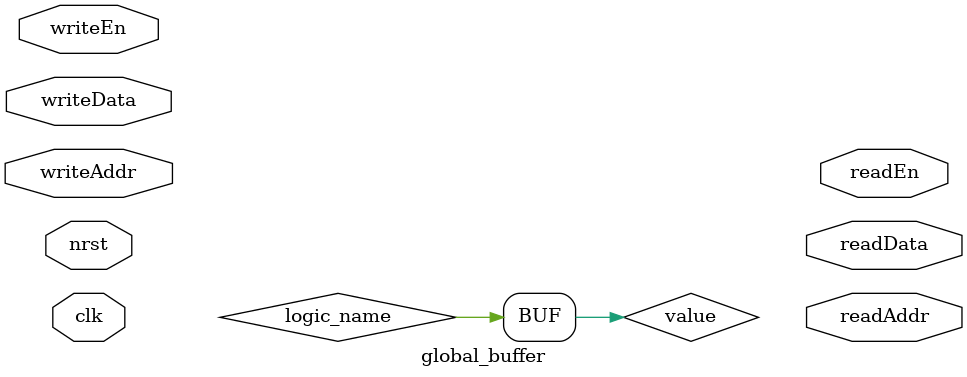
<source format=sv>
module global_buffer #(
    parameter dataSize = 8,
    parameter depth = 1024,
    parameter interfaceDepth = 16,
    localparam interfaceWidth = interfaceDepth*dataSize,
    localparam addrWidth = $clog2(depth),
    localparam totalSize = depth*dataSize
) (
    input logic clk,
    input logic nrst,

    input logic [addrWidth-1:0] writeAddr,
    input logic [dataSize-1:0] writeData,
    input logic writeEn,

    output logic [addrWidth-1:0] readAddr,
    output logic [dataSize-1:0] readData,
    output logic readEn
);

logic logic_name = value;
    
always_ff @( posedge clk or negedge nrst ) begin : mainMemory
    if (!nrst) begin
        
    end else begin
        
    end
end


endmodule
</source>
